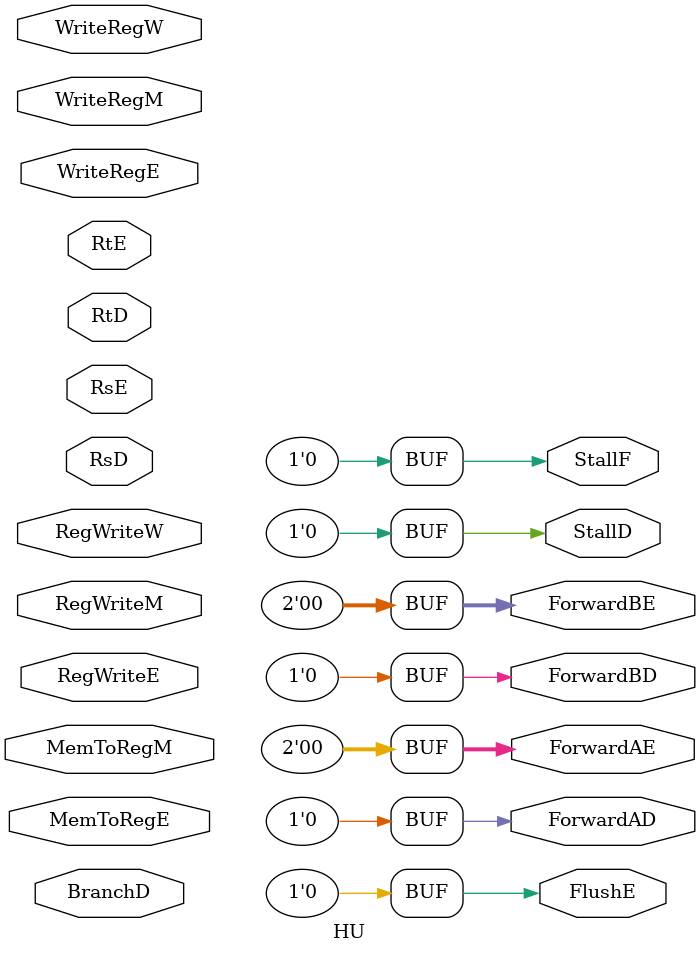
<source format=v>

module HU(input BranchD, MemToRegE, RegWriteE, MemToRegM, RegWriteM, RegWriteW,
          input [4:0] RsD, RtD, RsE, RtE, WriteRegE, WriteRegM, WriteRegW,
	  output StallF, StallD, ForwardAD, ForwardBD, FlushE,
          output [1:0] ForwardAE, ForwardBE);

  reg StallF, StallD, ForwardAD, ForwardBD, FlushE;
  reg [1:0] ForwardAE, ForwardBE;

  initial begin
    StallF = 0;
    StallD = 0;
    FlushE = 0;
    ForwardAD = 0;
    ForwardBD = 0;
    ForwardAE = 0;
    ForwardBE = 0;
  end

endmodule

</source>
